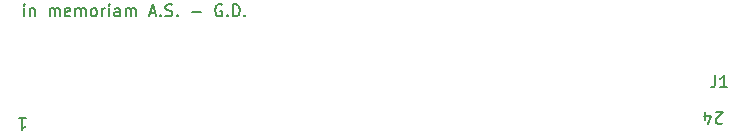
<source format=gto>
G04 #@! TF.GenerationSoftware,KiCad,Pcbnew,5.1.9+dfsg1-1~bpo10+1*
G04 #@! TF.CreationDate,2021-04-05T15:35:41+02:00*
G04 #@! TF.ProjectId,KBD_ADAPTER_XE,4b42445f-4144-4415-9054-45525f58452e,1.0*
G04 #@! TF.SameCoordinates,Original*
G04 #@! TF.FileFunction,Legend,Top*
G04 #@! TF.FilePolarity,Positive*
%FSLAX46Y46*%
G04 Gerber Fmt 4.6, Leading zero omitted, Abs format (unit mm)*
G04 Created by KiCad (PCBNEW 5.1.9+dfsg1-1~bpo10+1) date 2021-04-05 15:35:41*
%MOMM*%
%LPD*%
G01*
G04 APERTURE LIST*
%ADD10C,0.200000*%
%ADD11C,0.150000*%
G04 APERTURE END LIST*
D10*
X114214285Y-106047619D02*
X114785714Y-106047619D01*
X114500000Y-106047619D02*
X114500000Y-107047619D01*
X114595238Y-106904761D01*
X114690476Y-106809523D01*
X114785714Y-106761904D01*
X173761904Y-106452380D02*
X173714285Y-106500000D01*
X173619047Y-106547619D01*
X173380952Y-106547619D01*
X173285714Y-106500000D01*
X173238095Y-106452380D01*
X173190476Y-106357142D01*
X173190476Y-106261904D01*
X173238095Y-106119047D01*
X173809523Y-105547619D01*
X173190476Y-105547619D01*
X172333333Y-106214285D02*
X172333333Y-105547619D01*
X172571428Y-106595238D02*
X172809523Y-105880952D01*
X172190476Y-105880952D01*
X114666666Y-97452380D02*
X114666666Y-96785714D01*
X114666666Y-96452380D02*
X114619047Y-96500000D01*
X114666666Y-96547619D01*
X114714285Y-96500000D01*
X114666666Y-96452380D01*
X114666666Y-96547619D01*
X115142857Y-96785714D02*
X115142857Y-97452380D01*
X115142857Y-96880952D02*
X115190476Y-96833333D01*
X115285714Y-96785714D01*
X115428571Y-96785714D01*
X115523809Y-96833333D01*
X115571428Y-96928571D01*
X115571428Y-97452380D01*
X116809523Y-97452380D02*
X116809523Y-96785714D01*
X116809523Y-96880952D02*
X116857142Y-96833333D01*
X116952380Y-96785714D01*
X117095238Y-96785714D01*
X117190476Y-96833333D01*
X117238095Y-96928571D01*
X117238095Y-97452380D01*
X117238095Y-96928571D02*
X117285714Y-96833333D01*
X117380952Y-96785714D01*
X117523809Y-96785714D01*
X117619047Y-96833333D01*
X117666666Y-96928571D01*
X117666666Y-97452380D01*
X118523809Y-97404761D02*
X118428571Y-97452380D01*
X118238095Y-97452380D01*
X118142857Y-97404761D01*
X118095238Y-97309523D01*
X118095238Y-96928571D01*
X118142857Y-96833333D01*
X118238095Y-96785714D01*
X118428571Y-96785714D01*
X118523809Y-96833333D01*
X118571428Y-96928571D01*
X118571428Y-97023809D01*
X118095238Y-97119047D01*
X119000000Y-97452380D02*
X119000000Y-96785714D01*
X119000000Y-96880952D02*
X119047619Y-96833333D01*
X119142857Y-96785714D01*
X119285714Y-96785714D01*
X119380952Y-96833333D01*
X119428571Y-96928571D01*
X119428571Y-97452380D01*
X119428571Y-96928571D02*
X119476190Y-96833333D01*
X119571428Y-96785714D01*
X119714285Y-96785714D01*
X119809523Y-96833333D01*
X119857142Y-96928571D01*
X119857142Y-97452380D01*
X120476190Y-97452380D02*
X120380952Y-97404761D01*
X120333333Y-97357142D01*
X120285714Y-97261904D01*
X120285714Y-96976190D01*
X120333333Y-96880952D01*
X120380952Y-96833333D01*
X120476190Y-96785714D01*
X120619047Y-96785714D01*
X120714285Y-96833333D01*
X120761904Y-96880952D01*
X120809523Y-96976190D01*
X120809523Y-97261904D01*
X120761904Y-97357142D01*
X120714285Y-97404761D01*
X120619047Y-97452380D01*
X120476190Y-97452380D01*
X121238095Y-97452380D02*
X121238095Y-96785714D01*
X121238095Y-96976190D02*
X121285714Y-96880952D01*
X121333333Y-96833333D01*
X121428571Y-96785714D01*
X121523809Y-96785714D01*
X121857142Y-97452380D02*
X121857142Y-96785714D01*
X121857142Y-96452380D02*
X121809523Y-96500000D01*
X121857142Y-96547619D01*
X121904761Y-96500000D01*
X121857142Y-96452380D01*
X121857142Y-96547619D01*
X122761904Y-97452380D02*
X122761904Y-96928571D01*
X122714285Y-96833333D01*
X122619047Y-96785714D01*
X122428571Y-96785714D01*
X122333333Y-96833333D01*
X122761904Y-97404761D02*
X122666666Y-97452380D01*
X122428571Y-97452380D01*
X122333333Y-97404761D01*
X122285714Y-97309523D01*
X122285714Y-97214285D01*
X122333333Y-97119047D01*
X122428571Y-97071428D01*
X122666666Y-97071428D01*
X122761904Y-97023809D01*
X123238095Y-97452380D02*
X123238095Y-96785714D01*
X123238095Y-96880952D02*
X123285714Y-96833333D01*
X123380952Y-96785714D01*
X123523809Y-96785714D01*
X123619047Y-96833333D01*
X123666666Y-96928571D01*
X123666666Y-97452380D01*
X123666666Y-96928571D02*
X123714285Y-96833333D01*
X123809523Y-96785714D01*
X123952380Y-96785714D01*
X124047619Y-96833333D01*
X124095238Y-96928571D01*
X124095238Y-97452380D01*
X125285714Y-97166666D02*
X125761904Y-97166666D01*
X125190476Y-97452380D02*
X125523809Y-96452380D01*
X125857142Y-97452380D01*
X126190476Y-97357142D02*
X126238095Y-97404761D01*
X126190476Y-97452380D01*
X126142857Y-97404761D01*
X126190476Y-97357142D01*
X126190476Y-97452380D01*
X126619047Y-97404761D02*
X126761904Y-97452380D01*
X127000000Y-97452380D01*
X127095238Y-97404761D01*
X127142857Y-97357142D01*
X127190476Y-97261904D01*
X127190476Y-97166666D01*
X127142857Y-97071428D01*
X127095238Y-97023809D01*
X127000000Y-96976190D01*
X126809523Y-96928571D01*
X126714285Y-96880952D01*
X126666666Y-96833333D01*
X126619047Y-96738095D01*
X126619047Y-96642857D01*
X126666666Y-96547619D01*
X126714285Y-96500000D01*
X126809523Y-96452380D01*
X127047619Y-96452380D01*
X127190476Y-96500000D01*
X127619047Y-97357142D02*
X127666666Y-97404761D01*
X127619047Y-97452380D01*
X127571428Y-97404761D01*
X127619047Y-97357142D01*
X127619047Y-97452380D01*
X128857142Y-97071428D02*
X129619047Y-97071428D01*
X131380952Y-96500000D02*
X131285714Y-96452380D01*
X131142857Y-96452380D01*
X131000000Y-96500000D01*
X130904761Y-96595238D01*
X130857142Y-96690476D01*
X130809523Y-96880952D01*
X130809523Y-97023809D01*
X130857142Y-97214285D01*
X130904761Y-97309523D01*
X131000000Y-97404761D01*
X131142857Y-97452380D01*
X131238095Y-97452380D01*
X131380952Y-97404761D01*
X131428571Y-97357142D01*
X131428571Y-97023809D01*
X131238095Y-97023809D01*
X131857142Y-97357142D02*
X131904761Y-97404761D01*
X131857142Y-97452380D01*
X131809523Y-97404761D01*
X131857142Y-97357142D01*
X131857142Y-97452380D01*
X132333333Y-97452380D02*
X132333333Y-96452380D01*
X132571428Y-96452380D01*
X132714285Y-96500000D01*
X132809523Y-96595238D01*
X132857142Y-96690476D01*
X132904761Y-96880952D01*
X132904761Y-97023809D01*
X132857142Y-97214285D01*
X132809523Y-97309523D01*
X132714285Y-97404761D01*
X132571428Y-97452380D01*
X132333333Y-97452380D01*
X133333333Y-97357142D02*
X133380952Y-97404761D01*
X133333333Y-97452380D01*
X133285714Y-97404761D01*
X133333333Y-97357142D01*
X133333333Y-97452380D01*
D11*
X173166666Y-102452380D02*
X173166666Y-103166666D01*
X173119047Y-103309523D01*
X173023809Y-103404761D01*
X172880952Y-103452380D01*
X172785714Y-103452380D01*
X174166666Y-103452380D02*
X173595238Y-103452380D01*
X173880952Y-103452380D02*
X173880952Y-102452380D01*
X173785714Y-102595238D01*
X173690476Y-102690476D01*
X173595238Y-102738095D01*
M02*

</source>
